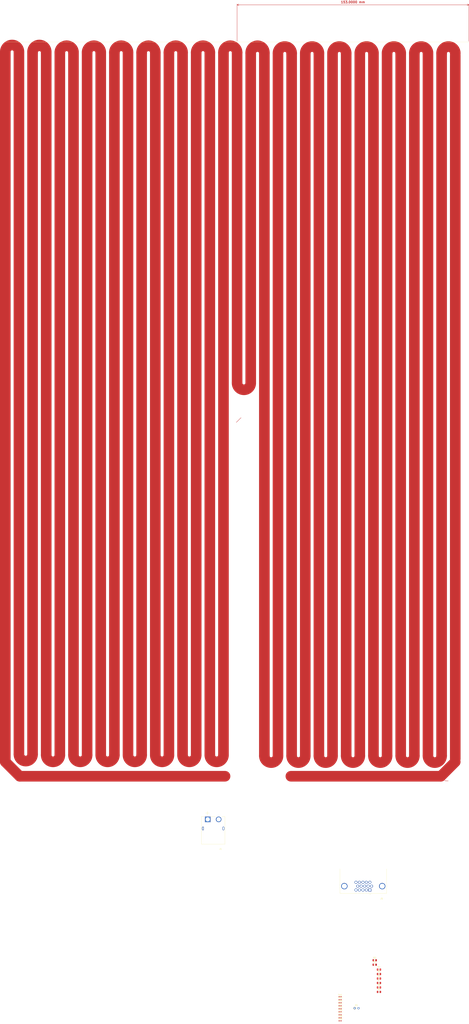
<source format=kicad_pcb>
(kicad_pcb (version 20241229) (generator "pcbnew") (generator_version "9.0")
  (layers (0 "F.Cu" signal) (2 "B.Cu" signal) (13 "F.Paste" user) (15 "B.Paste" user) (5 "F.SilkS" user "F.Silkscreen") (7 "B.SilkS" user "B.Silkscreen") (1 "F.Mask" user) (3 "B.Mask" user) (25 "Edge.Cuts" user))
  (net 0 "")
  (net 1 "24V")
  (net 3 "TH3")
  (net 4 "5V")
  (net 8 "TH7")
  (net 9 "GND")
  (net 10 "TH2")
  (net 11 "TH6")
  (net 12 "TH9")
  (net 13 "TH1")
  (net 14 "TH5")
  (net 15 "TH8")
  (net 16 "TH4")
  (net 17 "Net-(R1-Pad1)")
  (net 18 "Net-(U1-SOURCE)")
  (footprint "Resistor_SMD:R_0805_2012Metric" (layer "F.Cu") (at 606.7775 717.79)
    (property "Reference" "R2" (at 0 -1.65 0) (layer "F.SilkS"))
    (property "Value" "6.8k")
    (fp_line (start -0.227064 -0.735) (end 0.227064 -0.735) (stroke (width 0.12)) (layer "F.SilkS"))
    (fp_line (start -0.227064 0.735) (end 0.227064 0.735) (stroke (width 0.12)) (layer "F.SilkS"))
    (pad "1" smd roundrect (at -0.9125 0) (size 1.025 1.4) (layers "F.Cu" "F.Mask" "F.Paste") (roundrect_rratio 0.243902) (net 11 "TH6"))
    (pad "2" smd roundrect (at 0.9125 0) (size 1.025 1.4) (layers "F.Cu" "F.Mask" "F.Paste") (roundrect_rratio 0.243902) (net 9 "GND"))
  )
  (footprint "Resistor_SMD:R_0402_1005Metric_Pad0.72x0.64mm_HandSolder" (layer "F.Cu") (at 583.94 753.8)
    (property "Reference" "TH7" (at 0 -1.17 0) (layer "F.SilkS"))
    (property "Value" "Thermistor_NTC")
    (fp_line (start -0.167621 -0.38) (end 0.167621 -0.38) (stroke (width 0.12)) (layer "F.SilkS"))
    (fp_line (start -0.167621 0.38) (end 0.167621 0.38) (stroke (width 0.12)) (layer "F.SilkS"))
    (pad "1" smd roundrect (at -0.5975 0) (size 0.715 0.64) (layers "F.Cu" "F.Mask" "F.Paste") (net 4 "5V"))
    (pad "2" smd roundrect (at 0.5975 0) (size 0.715 0.64) (layers "F.Cu" "F.Mask" "F.Paste") (net 8 "TH7"))
  )
  (footprint "Resistor_SMD:R_0402_1005Metric_Pad0.72x0.64mm_HandSolder" (layer "F.Cu") (at 583.94 743.85)
    (property "Reference" "TH2" (at 0 -1.17 0) (layer "F.SilkS"))
    (property "Value" "Thermistor_NTC")
    (fp_line (start -0.167621 -0.38) (end 0.167621 -0.38) (stroke (width 0.12)) (layer "F.SilkS"))
    (fp_line (start -0.167621 0.38) (end 0.167621 0.38) (stroke (width 0.12)) (layer "F.SilkS"))
    (pad "1" smd roundrect (at -0.5975 0) (size 0.715 0.64) (layers "F.Cu" "F.Mask" "F.Paste") (net 4 "5V"))
    (pad "2" smd roundrect (at 0.5975 0) (size 0.715 0.64) (layers "F.Cu" "F.Mask" "F.Paste") (net 10 "TH2"))
  )
  (footprint "Resistor_SMD:R_0805_2012Metric" (layer "F.Cu") (at 606.7775 720.74)
    (property "Reference" "R3" (at 0 -1.65 0) (layer "F.SilkS"))
    (property "Value" "6.8k")
    (fp_line (start -0.227064 -0.735) (end 0.227064 -0.735) (stroke (width 0.12)) (layer "F.SilkS"))
    (fp_line (start -0.227064 0.735) (end 0.227064 0.735) (stroke (width 0.12)) (layer "F.SilkS"))
    (pad "1" smd roundrect (at -0.9125 0) (size 1.025 1.4) (layers "F.Cu" "F.Mask" "F.Paste") (roundrect_rratio 0.243902) (net 8 "TH7"))
    (pad "2" smd roundrect (at 0.9125 0) (size 1.025 1.4) (layers "F.Cu" "F.Mask" "F.Paste") (roundrect_rratio 0.243902) (net 9 "GND"))
  )
  (footprint "Resistor_SMD:R_0805_2012Metric" (layer "F.Cu") (at 609.6 726.89)
    (property "Reference" "R5" (at 0 -1.65 0) (layer "F.SilkS"))
    (property "Value" "6.8k")
    (fp_line (start -0.227064 -0.735) (end 0.227064 -0.735) (stroke (width 0.12)) (layer "F.SilkS"))
    (fp_line (start -0.227064 0.735) (end 0.227064 0.735) (stroke (width 0.12)) (layer "F.SilkS"))
    (pad "1" smd roundrect (at -0.9125 0) (size 1.025 1.4) (layers "F.Cu" "F.Mask" "F.Paste") (roundrect_rratio 0.243902) (net 12 "TH9"))
    (pad "2" smd roundrect (at 0.9125 0) (size 1.025 1.4) (layers "F.Cu" "F.Mask" "F.Paste") (roundrect_rratio 0.243902) (net 9 "GND"))
  )
  (footprint "Resistor_SMD:R_0402_1005Metric_Pad0.72x0.64mm_HandSolder" (layer "F.Cu") (at 583.94 755.79)
    (property "Reference" "TH8" (at 0 -1.17 0) (layer "F.SilkS"))
    (property "Value" "Thermistor_NTC")
    (fp_line (start -0.167621 -0.38) (end 0.167621 -0.38) (stroke (width 0.12)) (layer "F.SilkS"))
    (fp_line (start -0.167621 0.38) (end 0.167621 0.38) (stroke (width 0.12)) (layer "F.SilkS"))
    (pad "1" smd roundrect (at -0.5975 0) (size 0.715 0.64) (layers "F.Cu" "F.Mask" "F.Paste") (net 4 "5V"))
    (pad "2" smd roundrect (at 0.5975 0) (size 0.715 0.64) (layers "F.Cu" "F.Mask" "F.Paste") (net 15 "TH8"))
  )
  (footprint "Resistor_SMD:R_0402_1005Metric_Pad0.72x0.64mm_HandSolder" (layer "F.Cu") (at 583.94 751.81)
    (property "Reference" "TH6" (at 0 -1.17 0) (layer "F.SilkS"))
    (property "Value" "Thermistor_NTC")
    (fp_line (start -0.167621 -0.38) (end 0.167621 -0.38) (stroke (width 0.12)) (layer "F.SilkS"))
    (fp_line (start -0.167621 0.38) (end 0.167621 0.38) (stroke (width 0.12)) (layer "F.SilkS"))
    (pad "1" smd roundrect (at -0.5975 0) (size 0.715 0.64) (layers "F.Cu" "F.Mask" "F.Paste") (net 4 "5V"))
    (pad "2" smd roundrect (at 0.5975 0) (size 0.715 0.64) (layers "F.Cu" "F.Mask" "F.Paste") (net 11 "TH6"))
  )
  (footprint "Resistor_SMD:R_0402_1005Metric_Pad0.72x0.64mm_HandSolder" (layer "F.Cu") (at 583.94 747.83)
    (property "Reference" "TH4" (at 0 -1.17 0) (layer "F.SilkS"))
    (property "Value" "Thermistor_NTC")
    (fp_line (start -0.167621 -0.38) (end 0.167621 -0.38) (stroke (width 0.12)) (layer "F.SilkS"))
    (fp_line (start -0.167621 0.38) (end 0.167621 0.38) (stroke (width 0.12)) (layer "F.SilkS"))
    (pad "1" smd roundrect (at -0.5975 0) (size 0.715 0.64) (layers "F.Cu" "F.Mask" "F.Paste") (net 4 "5V"))
    (pad "2" smd roundrect (at 0.5975 0) (size 0.715 0.64) (layers "F.Cu" "F.Mask" "F.Paste") (net 16 "TH4"))
  )
  (footprint "Resistor_SMD:R_0805_2012Metric" (layer "F.Cu") (at 609.6 723.94)
    (property "Reference" "R4" (at 0 -1.65 0) (layer "F.SilkS"))
    (property "Value" "6.8k")
    (fp_line (start -0.227064 -0.735) (end 0.227064 -0.735) (stroke (width 0.12)) (layer "F.SilkS"))
    (fp_line (start -0.227064 0.735) (end 0.227064 0.735) (stroke (width 0.12)) (layer "F.SilkS"))
    (pad "1" smd roundrect (at -0.9125 0) (size 1.025 1.4) (layers "F.Cu" "F.Mask" "F.Paste") (roundrect_rratio 0.243902) (net 15 "TH8"))
    (pad "2" smd roundrect (at 0.9125 0) (size 1.025 1.4) (layers "F.Cu" "F.Mask" "F.Paste") (roundrect_rratio 0.243902) (net 9 "GND"))
  )
  (footprint "XT60PW-M:AMASS_XT60PW-M" (layer "F.Cu") (at 500.17 630.84 180)
    (property "Reference" "J1" (at -4.8236 -13.51498 0) (layer "F.SilkS") (effects (font (size 1.000441 1.000441))))
    (property "Value" "Conn_01x02_Pin")
    (fp_line (start 7.75 7.85) (end 7.75 -10.35) (stroke (width 0.127)) (layer "F.SilkS"))
    (fp_line (start 7.75 7.85) (end 5.778 7.85) (stroke (width 0.127)) (layer "F.SilkS"))
    (fp_line (start 7.75 -10.35) (end -7.75 -10.35) (stroke (width 0.127)) (layer "F.SilkS"))
    (fp_line (start 5.08 10.16) (end 3.81 10.16) (stroke (width 0.127)) (layer "F.SilkS"))
    (fp_line (start 3.81 10.16) (end 3.81 11.43) (stroke (width 0.127)) (layer "F.SilkS"))
    (fp_line (start 3.81 10.16) (end 3.81 8.89) (stroke (width 0.127)) (layer "F.SilkS"))
    (fp_line (start 2.54 10.16) (end 3.81 10.16) (stroke (width 0.127)) (layer "F.SilkS"))
    (fp_line (start -1.422 7.85) (end 1.422 7.85) (stroke (width 0.127)) (layer "F.SilkS"))
    (fp_line (start -7.75 7.85) (end -5.778 7.85) (stroke (width 0.127)) (layer "F.SilkS"))
    (fp_line (start -7.75 -10.35) (end -7.75 7.85) (stroke (width 0.127)) (layer "F.SilkS"))
    (pad "1" thru_hole rect (at 3.6 6 180) (size 3.716 3.716) (drill 2.7) (layers "*.Cu" "*.Mask") (net 1 "24V"))
    (pad "2" thru_hole circle (at -3.6 6 180) (size 3.716 3.716) (drill 2.7) (layers "*.Cu" "*.Mask") (net 1 "24V"))
    (pad "S1" thru_hole oval (at 6.75 0 180) (size 1.2 2.4) (drill oval 0.6 1.7) (layers "*.Cu" "*.Mask"))
    (pad "S2" thru_hole oval (at -6.75 0 180) (size 1.2 2.4) (drill oval 0.6 1.7) (layers "*.Cu" "*.Mask"))
  )
  (footprint "Resistor_SMD:R_0805_2012Metric" (layer "F.Cu") (at 609.6 735.74)
    (property "Reference" "R8" (at 0 -1.65 0) (layer "F.SilkS"))
    (property "Value" "6.8k")
    (fp_line (start -0.227064 -0.735) (end 0.227064 -0.735) (stroke (width 0.12)) (layer "F.SilkS"))
    (fp_line (start -0.227064 0.735) (end 0.227064 0.735) (stroke (width 0.12)) (layer "F.SilkS"))
    (pad "1" smd roundrect (at -0.9125 0) (size 1.025 1.4) (layers "F.Cu" "F.Mask" "F.Paste") (roundrect_rratio 0.243902) (net 3 "TH3"))
    (pad "2" smd roundrect (at 0.9125 0) (size 1.025 1.4) (layers "F.Cu" "F.Mask" "F.Paste") (roundrect_rratio 0.243902) (net 9 "GND"))
  )
  (footprint "Resistor_SMD:R_0805_2012Metric" (layer "F.Cu") (at 609.6 729.84)
    (property "Reference" "R6" (at 0 -1.65 0) (layer "F.SilkS"))
    (property "Value" "6.8k")
    (fp_line (start -0.227064 -0.735) (end 0.227064 -0.735) (stroke (width 0.12)) (layer "F.SilkS"))
    (fp_line (start -0.227064 0.735) (end 0.227064 0.735) (stroke (width 0.12)) (layer "F.SilkS"))
    (pad "1" smd roundrect (at -0.9125 0) (size 1.025 1.4) (layers "F.Cu" "F.Mask" "F.Paste") (roundrect_rratio 0.243902) (net 13 "TH1"))
    (pad "2" smd roundrect (at 0.9125 0) (size 1.025 1.4) (layers "F.Cu" "F.Mask" "F.Paste") (roundrect_rratio 0.243902) (net 9 "GND"))
  )
  (footprint "Resistor_SMD:R_0805_2012Metric" (layer "F.Cu") (at 609.6 732.79)
    (property "Reference" "R7" (at 0 -1.65 0) (layer "F.SilkS"))
    (property "Value" "6.8k")
    (fp_line (start -0.227064 -0.735) (end 0.227064 -0.735) (stroke (width 0.12)) (layer "F.SilkS"))
    (fp_line (start -0.227064 0.735) (end 0.227064 0.735) (stroke (width 0.12)) (layer "F.SilkS"))
    (pad "1" smd roundrect (at -0.9125 0) (size 1.025 1.4) (layers "F.Cu" "F.Mask" "F.Paste") (roundrect_rratio 0.243902) (net 10 "TH2"))
    (pad "2" smd roundrect (at 0.9125 0) (size 1.025 1.4) (layers "F.Cu" "F.Mask" "F.Paste") (roundrect_rratio 0.243902) (net 9 "GND"))
  )
  (footprint "Resistor_THT:R_Axial_DIN0204_L3.6mm_D1.6mm_P2.54mm_Vertical" (layer "F.Cu") (at 593.55 749.44)
    (property "Reference" "R1" (at 1.27 -1.92 0) (layer "F.SilkS"))
    (property "Value" "6.8k")
    (fp_line (start 0.92 0) (end 1.54 0) (stroke (width 0.12)) (layer "F.SilkS"))
    (fp_circle (center 0 0) (end 0.92 0) (stroke (width 0.12)) (fill no) (layer "F.SilkS"))
    (pad "1" thru_hole circle (at 0 0) (size 1.4 1.4) (drill 0.7) (layers "*.Cu" "*.Mask") (net 17 "Net-(R1-Pad1)"))
    (pad "2" thru_hole circle (at 2.54 0) (size 1.4 1.4) (drill 0.7) (layers "*.Cu" "*.Mask") (net 9 "GND"))
  )
  (footprint "Resistor_SMD:R_0402_1005Metric_Pad0.72x0.64mm_HandSolder" (layer "F.Cu") (at 583.94 749.82)
    (property "Reference" "TH5" (at 0 -1.17 0) (layer "F.SilkS"))
    (property "Value" "Thermistor_NTC")
    (fp_line (start -0.167621 -0.38) (end 0.167621 -0.38) (stroke (width 0.12)) (layer "F.SilkS"))
    (fp_line (start -0.167621 0.38) (end 0.167621 0.38) (stroke (width 0.12)) (layer "F.SilkS"))
    (pad "1" smd roundrect (at -0.5975 0) (size 0.715 0.64) (layers "F.Cu" "F.Mask" "F.Paste") (net 4 "5V"))
    (pad "2" smd roundrect (at 0.5975 0) (size 0.715 0.64) (layers "F.Cu" "F.Mask" "F.Paste") (net 17 "Net-(R1-Pad1)"))
  )
  (footprint "Resistor_SMD:R_0402_1005Metric_Pad0.72x0.64mm_HandSolder" (layer "F.Cu") (at 583.94 757.78)
    (property "Reference" "TH9" (at 0 -1.17 0) (layer "F.SilkS"))
    (property "Value" "Thermistor_NTC")
    (fp_line (start -0.167621 -0.38) (end 0.167621 -0.38) (stroke (width 0.12)) (layer "F.SilkS"))
    (fp_line (start -0.167621 0.38) (end 0.167621 0.38) (stroke (width 0.12)) (layer "F.SilkS"))
    (pad "1" smd roundrect (at -0.5975 0) (size 0.715 0.64) (layers "F.Cu" "F.Mask" "F.Paste") (net 4 "5V"))
    (pad "2" smd roundrect (at 0.5975 0) (size 0.715 0.64) (layers "F.Cu" "F.Mask" "F.Paste") (net 12 "TH9"))
  )
  (footprint "Resistor_SMD:R_0402_1005Metric_Pad0.72x0.64mm_HandSolder" (layer "F.Cu") (at 583.94 741.86)
    (property "Reference" "TH1" (at 0 -1.17 0) (layer "F.SilkS"))
    (property "Value" "Thermistor_NTC")
    (fp_line (start -0.167621 -0.38) (end 0.167621 -0.38) (stroke (width 0.12)) (layer "F.SilkS"))
    (fp_line (start -0.167621 0.38) (end 0.167621 0.38) (stroke (width 0.12)) (layer "F.SilkS"))
    (pad "1" smd roundrect (at -0.5975 0) (size 0.715 0.64) (layers "F.Cu" "F.Mask" "F.Paste") (net 4 "5V"))
    (pad "2" smd roundrect (at 0.5975 0) (size 0.715 0.64) (layers "F.Cu" "F.Mask" "F.Paste") (net 13 "TH1"))
  )
  (footprint "10090926_P154XLF:AMPHENOL_10090926-P154XLF" (layer "F.Cu") (at 599.25175 668.8925 180)
    (property "Reference" "J5" (at -12.065 -8.255 0) (layer "F.SilkS"))
    (property "Value" "10090926-P154XLF")
    (fp_line (start 15.405 -4.77) (end 15.405 11.43) (stroke (width 0.127)) (layer "F.SilkS"))
    (fp_line (start -15.405 11.43) (end -15.405 -4.77) (stroke (width 0.127)) (layer "F.SilkS"))
    (fp_line (start -15.405 -4.77) (end 15.405 -4.77) (stroke (width 0.127)) (layer "F.SilkS"))
    (fp_circle (center -4.465 -5.5) (end -4.365 -5.5) (stroke (width 0.2)) (fill no) (layer "F.SilkS"))
    (pad "1" thru_hole rect (at -4.33 -2.54 180) (size 1.95 1.95) (drill 1.3) (layers "*.Cu" "*.Mask") (net 13 "TH1"))
    (pad "2" thru_hole circle (at -2.04 -2.54 180) (size 1.95 1.95) (drill 1.3) (layers "*.Cu" "*.Mask") (net 10 "TH2"))
    (pad "3" thru_hole circle (at 0.25 -2.54 180) (size 1.95 1.95) (drill 1.3) (layers "*.Cu" "*.Mask") (net 3 "TH3"))
    (pad "4" thru_hole circle (at 2.54 -2.54 180) (size 1.95 1.95) (drill 1.3) (layers "*.Cu" "*.Mask") (net 16 "TH4"))
    (pad "5" thru_hole circle (at 4.83 -2.54 180) (size 1.95 1.95) (drill 1.3) (layers "*.Cu" "*.Mask") (net 14 "TH5"))
    (pad "6" thru_hole circle (at -5.47 0 180) (size 1.95 1.95) (drill 1.3) (layers "*.Cu" "*.Mask") (net 11 "TH6"))
    (pad "7" thru_hole circle (at -3.18 0 180) (size 1.95 1.95) (drill 1.3) (layers "*.Cu" "*.Mask") (net 8 "TH7"))
    (pad "8" thru_hole circle (at -0.89 0 180) (size 1.95 1.95) (drill 1.3) (layers "*.Cu" "*.Mask") (net 15 "TH8"))
    (pad "9" thru_hole circle (at 1.4 0 180) (size 1.95 1.95) (drill 1.3) (layers "*.Cu" "*.Mask") (net 12 "TH9"))
    (pad "10" thru_hole circle (at 3.69 0 180) (size 1.95 1.95) (drill 1.3) (layers "*.Cu" "*.Mask") (net 4 "5V"))
    (pad "11" thru_hole circle (at -4.33 2.54 180) (size 1.95 1.95) (drill 1.3) (layers "*.Cu" "*.Mask") (net 9 "GND"))
    (pad "12" thru_hole circle (at -2.04 2.54 180) (size 1.95 1.95) (drill 1.3) (layers "*.Cu" "*.Mask"))
    (pad "13" thru_hole circle (at 0.25 2.54 180) (size 1.95 1.95) (drill 1.3) (layers "*.Cu" "*.Mask"))
    (pad "14" thru_hole circle (at 2.54 2.54 180) (size 1.95 1.95) (drill 1.3) (layers "*.Cu" "*.Mask"))
    (pad "15" thru_hole circle (at 4.83 2.54 180) (size 1.95 1.95) (drill 1.3) (layers "*.Cu" "*.Mask"))
    (pad "S1" thru_hole circle (at -12.49 0 180) (size 4.216 4.216) (drill 3.2) (layers "*.Cu" "*.Mask") (net 9 "GND"))
    (pad "S2" thru_hole circle (at 12.5 0 180) (size 4.216 4.216) (drill 3.2) (layers "*.Cu" "*.Mask") (net 9 "GND"))
  )
  (footprint "Resistor_SMD:R_0402_1005Metric_Pad0.72x0.64mm_HandSolder" (layer "F.Cu") (at 583.94 745.84)
    (property "Reference" "TH3" (at 0 -1.17 0) (layer "F.SilkS"))
    (property "Value" "Thermistor_NTC")
    (fp_line (start -0.167621 -0.38) (end 0.167621 -0.38) (stroke (width 0.12)) (layer "F.SilkS"))
    (fp_line (start -0.167621 0.38) (end 0.167621 0.38) (stroke (width 0.12)) (layer "F.SilkS"))
    (pad "1" smd roundrect (at -0.5975 0) (size 0.715 0.64) (layers "F.Cu" "F.Mask" "F.Paste") (net 4 "5V"))
    (pad "2" smd roundrect (at 0.5975 0) (size 0.715 0.64) (layers "F.Cu" "F.Mask" "F.Paste") (net 3 "TH3"))
  )
  (footprint "Resistor_SMD:R_0805_2012Metric" (layer "F.Cu") (at 609.6 738.69)
    (property "Reference" "R9" (at 0 -1.65 0) (layer "F.SilkS"))
    (property "Value" "6.8k")
    (fp_line (start -0.227064 -0.735) (end 0.227064 -0.735) (stroke (width 0.12)) (layer "F.SilkS"))
    (fp_line (start -0.227064 0.735) (end 0.227064 0.735) (stroke (width 0.12)) (layer "F.SilkS"))
    (pad "1" smd roundrect (at -0.9125 0) (size 1.025 1.4) (layers "F.Cu" "F.Mask" "F.Paste") (roundrect_rratio 0.243902) (net 16 "TH4"))
    (pad "2" smd roundrect (at 0.9125 0) (size 1.025 1.4) (layers "F.Cu" "F.Mask" "F.Paste") (roundrect_rratio 0.243902) (net 9 "GND"))
  )
  (gr_arc (start 560.95 119.38) (mid 565.45 114.88) (end 569.95 119.38) (stroke (width 7)) (layer "F.Cu") (net 1))
  (gr_arc (start 470.95 582.38) (mid 466.45 586.88) (end 461.95 582.38) (stroke (width 7)) (layer "F.Cu") (net 1))
  (gr_arc (start 380.95 118.88) (mid 385.45 114.38) (end 389.95 118.88) (stroke (width 7)) (layer "F.Cu") (net 1))
  (gr_arc (start 632.95 119.38) (mid 637.45 114.88) (end 641.95 119.38) (stroke (width 7)) (layer "F.Cu") (net 1))
  (gr_arc (start 524.95 118.88) (mid 529.45 114.38) (end 533.95 118.88) (stroke (width 7)) (layer "F.Cu") (net 1))
  (gr_arc (start 470.95 118.88) (mid 475.45 114.38) (end 479.95 118.88) (stroke (width 7)) (layer "F.Cu") (net 1))
  (gr_arc (start 488.95 118.88) (mid 493.45 114.38) (end 497.95 118.88) (stroke (width 7)) (layer "F.Cu") (net 1))
  (gr_arc (start 398.95 118.88) (mid 403.45 114.38) (end 407.95 118.88) (stroke (width 7)) (layer "F.Cu") (net 1))
  (gr_arc (start 632.95 119.38) (mid 637.45 114.88) (end 641.95 119.38) (stroke (width 7)) (layer "F.Cu") (net 1))
  (gr_arc (start 650.95 119.38) (mid 655.45 114.88) (end 659.95 119.38) (stroke (width 7)) (layer "F.Cu") (net 1))
  (gr_arc (start 560.95 582.88) (mid 556.45 587.38) (end 551.95 582.88) (stroke (width 7)) (layer "F.Cu") (net 1))
  (gr_arc (start 488.95 118.88) (mid 493.45 114.38) (end 497.95 118.88) (stroke (width 7)) (layer "F.Cu") (net 1))
  (gr_arc (start 434.95 118.88) (mid 439.45 114.38) (end 443.95 118.88) (stroke (width 7)) (layer "F.Cu") (net 1))
  (gr_arc (start 380.95 581.88) (mid 376.45 586.38) (end 371.95 581.88) (stroke (width 7)) (layer "F.Cu") (net 1))
  (gr_arc (start 362.95 118.38) (mid 367.45 113.88) (end 371.95 118.38) (stroke (width 7)) (layer "F.Cu") (net 1))
  (gr_arc (start 416.95 118.88) (mid 421.45 114.38) (end 425.95 118.88) (stroke (width 7)) (layer "F.Cu") (net 1))
  (gr_arc (start 416.95 582.38) (mid 412.45 586.88) (end 407.95 582.38) (stroke (width 7)) (layer "F.Cu") (net 1))
  (gr_arc (start 614.95 582.88) (mid 610.45 587.38) (end 605.95 582.88) (stroke (width 7)) (layer "F.Cu") (net 1))
  (gr_arc (start 398.95 582.38) (mid 394.45 586.88) (end 389.95 582.38) (stroke (width 7)) (layer "F.Cu") (net 1))
  (gr_arc (start 380.95 118.38) (mid 385.45 113.88) (end 389.95 118.38) (stroke (width 7)) (layer "F.Cu") (net 1))
  (gr_arc (start 434.95 118.88) (mid 439.45 114.38) (end 443.95 118.88) (stroke (width 7)) (layer "F.Cu") (net 1))
  (gr_arc (start 632.95 582.88) (mid 628.45 587.38) (end 623.95 582.88) (stroke (width 7)) (layer "F.Cu") (net 1))
  (gr_arc (start 506.95 118.88) (mid 511.45 114.38) (end 515.95 118.88) (stroke (width 7)) (layer "F.Cu") (net 1))
  (gr_arc (start 506.95 582.38) (mid 502.45 586.88) (end 497.95 582.38) (stroke (width 7)) (layer "F.Cu") (net 1))
  (gr_arc (start 578.95 582.88) (mid 574.45 587.38) (end 569.95 582.88) (stroke (width 7)) (layer "F.Cu") (net 1))
  (gr_arc (start 614.95 119.38) (mid 619.45 114.88) (end 623.95 119.38) (stroke (width 7)) (layer "F.Cu") (net 1))
  (gr_arc (start 434.95 582.38) (mid 430.45 586.88) (end 425.95 582.38) (stroke (width 7)) (layer "F.Cu") (net 1))
  (gr_arc (start 524.95 119.38) (mid 529.45 114.88) (end 533.95 119.38) (stroke (width 7)) (layer "F.Cu") (net 1))
  (gr_arc (start 542.95 119.38) (mid 547.45 114.88) (end 551.95 119.38) (stroke (width 7)) (layer "F.Cu") (net 1))
  (gr_arc (start 542.95 582.88) (mid 538.45 587.38) (end 533.95 582.88) (stroke (width 7)) (layer "F.Cu") (net 1))
  (gr_arc (start 542.95 119.38) (mid 547.45 114.88) (end 551.95 119.38) (stroke (width 7)) (layer "F.Cu") (net 1))
  (gr_arc (start 452.95 582.38) (mid 448.45 586.88) (end 443.95 582.38) (stroke (width 7)) (layer "F.Cu") (net 1))
  (gr_arc (start 398.95 118.88) (mid 403.45 114.38) (end 407.95 118.88) (stroke (width 7)) (layer "F.Cu") (net 1))
  (gr_arc (start 578.95 119.38) (mid 583.45 114.88) (end 587.95 119.38) (stroke (width 7)) (layer "F.Cu") (net 1))
  (gr_arc (start 578.95 119.38) (mid 583.45 114.88) (end 587.95 119.38) (stroke (width 7)) (layer "F.Cu") (net 1))
  (gr_arc (start 452.95 118.88) (mid 457.45 114.38) (end 461.95 118.88) (stroke (width 7)) (layer "F.Cu") (net 1))
  (gr_arc (start 470.95 118.88) (mid 475.45 114.38) (end 479.95 118.88) (stroke (width 7)) (layer "F.Cu") (net 1))
  (gr_arc (start 416.95 118.88) (mid 421.45 114.38) (end 425.95 118.88) (stroke (width 7)) (layer "F.Cu") (net 1))
  (gr_arc (start 596.95 582.88) (mid 592.45 587.38) (end 587.95 582.88) (stroke (width 7)) (layer "F.Cu") (net 1))
  (gr_arc (start 488.95 582.38) (mid 484.45 586.88) (end 479.95 582.38) (stroke (width 7)) (layer "F.Cu") (net 1))
  (gr_arc (start 506.95 118.88) (mid 511.45 114.38) (end 515.95 118.88) (stroke (width 7)) (layer "F.Cu") (net 1))
  (gr_arc (start 524.95 336.88) (mid 520.45 341.38) (end 515.95 336.88) (stroke (width 7)) (layer "F.Cu") (net 1))
  (gr_arc (start 452.95 118.88) (mid 457.45 114.38) (end 461.95 118.88) (stroke (width 7)) (layer "F.Cu") (net 1))
  (gr_arc (start 596.95 119.38) (mid 601.45 114.88) (end 605.95 119.38) (stroke (width 7)) (layer "F.Cu") (net 1))
  (gr_arc (start 560.95 119.38) (mid 565.45 114.88) (end 569.95 119.38) (stroke (width 7)) (layer "F.Cu") (net 1))
  (gr_arc (start 614.95 119.38) (mid 619.45 114.88) (end 623.95 119.38) (stroke (width 7)) (layer "F.Cu") (net 1))
  (gr_arc (start 596.95 119.38) (mid 601.45 114.88) (end 605.95 119.38) (stroke (width 7)) (layer "F.Cu") (net 1))
  (gr_arc (start 650.95 119.38) (mid 655.45 114.88) (end 659.95 119.38) (stroke (width 7)) (layer "F.Cu") (net 1))
  (gr_arc (start 650.95 582.88) (mid 646.45 587.38) (end 641.95 582.88) (stroke (width 7)) (layer "F.Cu") (net 1))
  (gr_line (start 668.95 111.88) (end 362.95 111.88) (stroke (width 0.1)) (layer "F.SilkS"))
  (dimension (type aligned) (layer "F.Cu") (pts (xy 668.95 111.88) (xy 515.95 111.88)) (height 24.499999) (format (prefix "") (suffix "") (units 3) (units_format 1) (precision 4)) (style (thickness 0.2) (arrow_length 1.27) (text_position_mode 0) (arrow_direction outward) (extension_height 0.58642) (extension_offset 0.5) (keep_text_aligned yes)) (gr_text "153.0000 mm" (at 592.45 85.580001 0) (layer "F.Cu") (effects (font (size 1.5 1.5) (thickness 0.3)))))
  (segment (start 655.32 599.44) (end 653.51 599.44) (width 0.2) (layer "F.Cu") (net 0))
  (segment (start 653.51 599.44) (end 653.137713 599.067713) (width 0.2) (layer "F.Cu") (net 0))
  (segment (start 641.95 582.88) (end 641.95 119.88) (width 7) (layer "F.Cu") (net 1))
  (segment (start 425.95 582.38) (end 425.95 119.38) (width 7) (layer "F.Cu") (net 1))
  (segment (start 380.95 581.88) (end 380.95 118.88) (width 7) (layer "F.Cu") (net 1))
  (segment (start 614.95 582.88) (end 614.95 119.88) (width 7) (layer "F.Cu") (net 1))
  (segment (start 578.95 582.88) (end 578.95 119.88) (width 7) (layer "F.Cu") (net 1))
  (segment (start 605.95 582.88) (end 605.95 119.88) (width 7) (layer "F.Cu") (net 1))
  (segment (start 372.45 596.38) (end 362.95 586.88) (width 7) (layer "F.Cu") (net 1))
  (segment (start 479.95 582.38) (end 479.95 119.38) (width 7) (layer "F.Cu") (net 1))
  (segment (start 461.95 582.38) (end 461.95 119.38) (width 7) (layer "F.Cu") (net 1))
  (segment (start 434.95 582.38) (end 434.95 119.38) (width 7) (layer "F.Cu") (net 1))
  (segment (start 569.95 582.88) (end 569.95 119.88) (width 7) (layer "F.Cu") (net 1))
  (segment (start 506.95 582.38) (end 506.95 119.38) (width 7) (layer "F.Cu") (net 1))
  (segment (start 452.95 582.38) (end 452.95 119.38) (width 7) (layer "F.Cu") (net 1))
  (segment (start 560.95 582.88) (end 560.95 119.88) (width 7) (layer "F.Cu") (net 1))
  (segment (start 659.95 584.88) (end 659.95 120.88) (width 7) (layer "F.Cu") (net 1))
  (segment (start 362.95 586.88) (end 362.95 118.88) (width 7) (layer "F.Cu") (net 1))
  (segment (start 524.95 119.38) (end 524.95 336.38) (width 7) (layer "F.Cu") (net 1))
  (segment (start 650.95 582.88) (end 650.95 119.88) (width 7) (layer "F.Cu") (net 1))
  (segment (start 443.95 582.38) (end 443.95 119.38) (width 7) (layer "F.Cu") (net 1))
  (segment (start 659.95 586.88) (end 650.45 596.38) (width 7) (layer "F.Cu") (net 1))
  (segment (start 533.95 582.88) (end 533.95 119.88) (width 7) (layer "F.Cu") (net 1))
  (segment (start 497.95 582.38) (end 497.95 119.38) (width 7) (layer "F.Cu") (net 1))
  (segment (start 371.95 581.88) (end 371.95 118.88) (width 7) (layer "F.Cu") (net 1))
  (segment (start 488.95 582.38) (end 488.95 119.38) (width 7) (layer "F.Cu") (net 1))
  (segment (start 398.95 582.38) (end 398.95 119.38) (width 7) (layer "F.Cu") (net 1))
  (segment (start 496.57 624.84) (end 497.84 624.84) (width 0.2) (layer "F.Cu") (net 1))
  (segment (start 650.45 596.38) (end 551.45 596.38) (width 7) (layer "F.Cu") (net 1))
  (segment (start 551.95 582.88) (end 551.95 119.88) (width 7) (layer "F.Cu") (net 1))
  (segment (start 596.95 582.88) (end 596.95 119.88) (width 7) (layer "F.Cu") (net 1))
  (segment (start 632.95 582.88) (end 632.95 119.88) (width 7) (layer "F.Cu") (net 1))
  (segment (start 587.95 582.88) (end 587.95 119.88) (width 7) (layer "F.Cu") (net 1))
  (segment (start 416.95 582.38) (end 416.95 119.38) (width 7) (layer "F.Cu") (net 1))
  (segment (start 508 596.38) (end 372.45 596.38) (width 7) (layer "F.Cu") (net 1))
  (segment (start 515.95 118.88) (end 515.95 336.38) (width 7) (layer "F.Cu") (net 1))
  (segment (start 470.95 582.38) (end 470.95 119.38) (width 7) (layer "F.Cu") (net 1))
  (segment (start 503.77 624.84) (end 504.19 624.84) (width 0.2) (layer "F.Cu") (net 1))
  (segment (start 407.95 582.38) (end 407.95 119.38) (width 7) (layer "F.Cu") (net 1))
  (segment (start 389.95 582.38) (end 389.95 119.38) (width 7) (layer "F.Cu") (net 1))
  (segment (start 623.95 582.88) (end 623.95 119.88) (width 7) (layer "F.Cu") (net 1))
  (segment (start 542.95 582.88) (end 542.95 119.88) (width 7) (layer "F.Cu") (net 1))
  (segment (start 515.45 362.88) (end 518.55 359.78) (width 0.2) (layer "F.Cu") (net 18))
)
</source>
